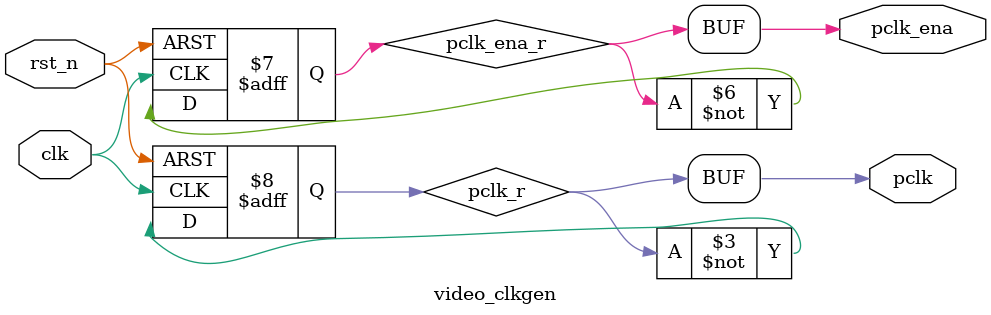
<source format=v>

module video_clkgen (
    input  			clk,       // Input clock
    input  			rst_n,     // Active-low asynchronous reset signal
    output 			pclk,      // Pixel clock output
    output 			pclk_ena   // Pixel clock enable output
);

    // Variable declarations
    reg 			pclk_r;      // Pixel clock internal register
    reg 			pclk_ena_r;  // Pixel clock enable internal register

    // Pixel clock is half of the input clock
    always @(posedge clk or negedge rst_n)
        if (!rst_n)
            pclk_r <= 1'b0;  // Reset pixel clock to low during reset
        else
            pclk_r <= ~pclk_r;  // Toggle pixel clock on each rising edge of the input clock

    // Pixel clock enable signal is the inverted pixel clock
    always @(posedge clk or negedge rst_n)
        if (!rst_n)
            pclk_ena_r <= 1'b0;  // Reset pixel clock enable signal to low during reset
        else
            pclk_ena_r <= ~pclk_ena_r;  // Toggle pixel clock enable on each rising edge of the input clock

    // Assigning outputs
    assign pclk   	= pclk_r;      // Output the pixel clock
    assign pclk_ena = pclk_ena_r;  // Output the pixel clock enable signal

endmodule

</source>
